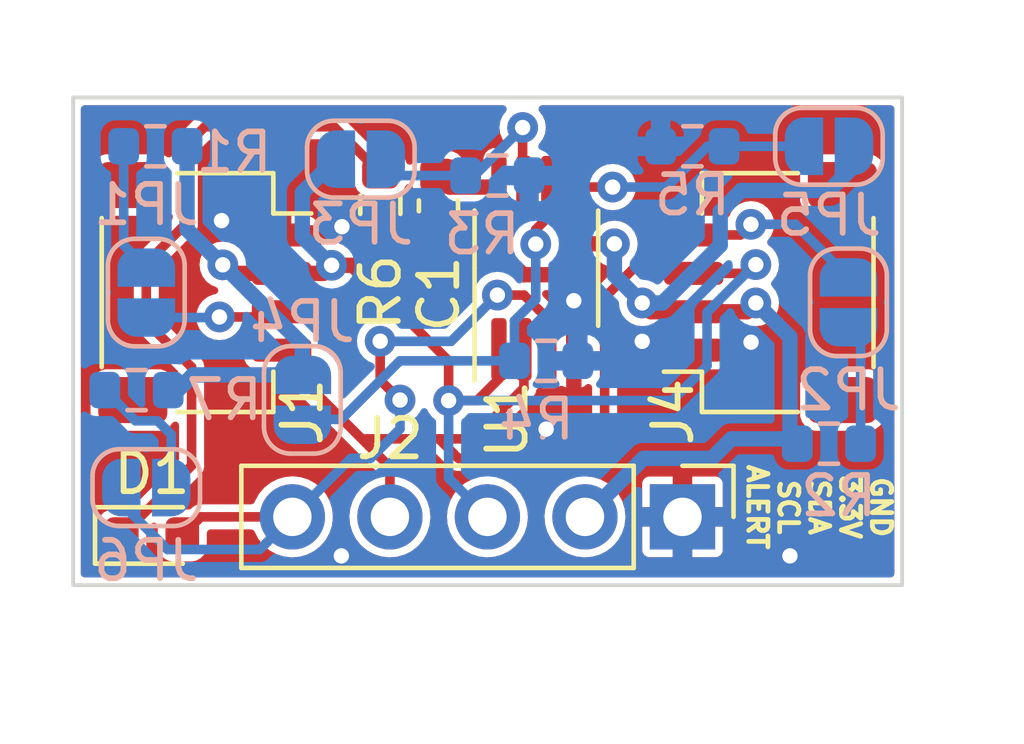
<source format=kicad_pcb>
(kicad_pcb (version 20211014) (generator pcbnew)
  (layers (0 "F.Cu" signal) (31 "B.Cu" signal) (34 "B.Paste" user) (35 "F.Paste" user) (36 "B.SilkS" user "B.Silkscreen") (37 "F.SilkS" user "F.Silkscreen") (38 "B.Mask" user) (39 "F.Mask" user) (44 "Edge.Cuts" user))
  (net 0 "")
  (net 1 "+3.3V")
  (net 2 "GND")
  (net 3 "Net-(J1-Pad3)")
  (net 4 "Net-(J1-Pad4)")
  (net 5 "Net-(JP1-Pad2)")
  (net 6 "Net-(JP2-Pad2)")
  (net 7 "Net-(U1-Pad7)")
  (net 8 "Net-(U1-Pad6)")
  (net 9 "Net-(U1-Pad5)")
  (net 10 "Net-(D1-Pad1)")
  (net 11 "Net-(U1-Pad3)")
  (net 12 "Net-(JP6-Pad1)")
  (footprint "LED_SMD:LED_0603_1608Metric" (layer "F.Cu") (at 116.99 68.556)
    (fp_text reference "D1" (at -0.002 -1.608) (layer "F.SilkS"))
    (fp_text value "LED")
    (fp_line (start -1.485 -0.735) (end -1.485 0.735) (layer "F.SilkS") (width 0.12))
    (fp_line (start 0.8 -0.735) (end -1.485 -0.735) (layer "F.SilkS") (width 0.12))
    (fp_line (start -1.485 0.735) (end 0.8 0.735) (layer "F.SilkS") (width 0.12))
    (pad "1" smd roundrect (at -0.7875 0) (size 0.875 0.95) (layers "F.Cu" "F.Paste" "F.Mask") (net 10 "Net-(D1-Pad1)"))
    (pad "2" smd roundrect (at 0.7875 0) (size 0.875 0.95) (layers "F.Cu" "F.Paste" "F.Mask") (net 11 "Net-(U1-Pad3)"))
  )
  (footprint "Connector_JST:JST_SH_SM04B-SRSS-TB_1x04-1MP_P1.00mm_Horizontal" (layer "F.Cu") (at 118.364 62.23 -90)
    (fp_text reference "J1" (at 3.11 -2.54 90) (layer "F.SilkS"))
    (fp_text value "Conn_01x04")
    (fp_line (start 3.11 0.715) (end 3.11 -1.785) (layer "F.SilkS") (width 0.12))
    (fp_line (start -3.11 0.715) (end -3.11 -1.785) (layer "F.SilkS") (width 0.12))
    (fp_line (start 3.11 -1.785) (end 2.06 -1.785) (layer "F.SilkS") (width 0.12))
    (fp_line (start -3.11 -1.785) (end -2.06 -1.785) (layer "F.SilkS") (width 0.12))
    (fp_line (start -2.06 -1.785) (end -2.06 -2.775) (layer "F.SilkS") (width 0.12))
    (fp_line (start -1.94 2.685) (end 1.94 2.685) (layer "F.SilkS") (width 0.12))
    (pad "1" smd roundrect (at -1.5 -2 270) (size 0.6 1.55) (layers "F.Cu" "F.Paste" "F.Mask") (net 2 "GND"))
    (pad "2" smd roundrect (at -0.5 -2 270) (size 0.6 1.55) (layers "F.Cu" "F.Paste" "F.Mask") (net 1 "+3.3V"))
    (pad "3" smd roundrect (at 0.5 -2 270) (size 0.6 1.55) (layers "F.Cu" "F.Paste" "F.Mask") (net 3 "Net-(J1-Pad3)"))
    (pad "4" smd roundrect (at 1.5 -2 270) (size 0.6 1.55) (layers "F.Cu" "F.Paste" "F.Mask") (net 4 "Net-(J1-Pad4)"))
    (pad "MP" smd roundrect (at -2.8 1.875 270) (size 1.2 1.8) (layers "F.Cu" "F.Paste" "F.Mask") (roundrect_rratio 0.208333))
    (pad "MP" smd roundrect (at 2.8 1.875 270) (size 1.2 1.8) (layers "F.Cu" "F.Paste" "F.Mask") (roundrect_rratio 0.208333))
  )
  (footprint "Resistor_SMD:R_0603_1608Metric" (layer "F.Cu") (at 122.936 59.944 -90)
    (fp_text reference "R6" (at 2.286 0 90) (layer "F.SilkS"))
    (fp_text value "330")
    (fp_line (start -0.237258 0.5225) (end 0.237258 0.5225) (layer "F.SilkS") (width 0.12))
    (fp_line (start -0.237258 -0.5225) (end 0.237258 -0.5225) (layer "F.SilkS") (width 0.12))
    (pad "1" smd roundrect (at -0.825 0 270) (size 0.8 0.95) (layers "F.Cu" "F.Paste" "F.Mask") (net 10 "Net-(D1-Pad1)"))
    (pad "2" smd roundrect (at 0.825 0 270) (size 0.8 0.95) (layers "F.Cu" "F.Paste" "F.Mask") (net 2 "GND"))
  )
  (footprint "Connector_JST:JST_SH_SM04B-SRSS-TB_1x04-1MP_P1.00mm_Horizontal" (layer "F.Cu") (at 133.096 62.23 90)
    (fp_text reference "J4" (at -3.11 -2.54 90) (layer "F.SilkS"))
    (fp_text value "Conn_01x04")
    (fp_line (start -2.06 -1.785) (end -2.06 -2.775) (layer "F.SilkS") (width 0.12))
    (fp_line (start -3.11 -1.785) (end -2.06 -1.785) (layer "F.SilkS") (width 0.12))
    (fp_line (start -3.11 0.715) (end -3.11 -1.785) (layer "F.SilkS") (width 0.12))
    (fp_line (start 3.11 0.715) (end 3.11 -1.785) (layer "F.SilkS") (width 0.12))
    (fp_line (start 3.11 -1.785) (end 2.06 -1.785) (layer "F.SilkS") (width 0.12))
    (fp_line (start -1.94 2.685) (end 1.94 2.685) (layer "F.SilkS") (width 0.12))
    (pad "1" smd roundrect (at -1.5 -2 90) (size 0.6 1.55) (layers "F.Cu" "F.Paste" "F.Mask") (net 2 "GND"))
    (pad "2" smd roundrect (at -0.5 -2 90) (size 0.6 1.55) (layers "F.Cu" "F.Paste" "F.Mask") (net 1 "+3.3V"))
    (pad "3" smd roundrect (at 0.5 -2 90) (size 0.6 1.55) (layers "F.Cu" "F.Paste" "F.Mask") (net 3 "Net-(J1-Pad3)"))
    (pad "4" smd roundrect (at 1.5 -2 90) (size 0.6 1.55) (layers "F.Cu" "F.Paste" "F.Mask") (net 4 "Net-(J1-Pad4)"))
    (pad "MP" smd roundrect (at -2.8 1.875 90) (size 1.2 1.8) (layers "F.Cu" "F.Paste" "F.Mask") (roundrect_rratio 0.208333))
    (pad "MP" smd roundrect (at 2.8 1.875 90) (size 1.2 1.8) (layers "F.Cu" "F.Paste" "F.Mask") (roundrect_rratio 0.208333))
  )
  (footprint "Capacitor_SMD:C_0603_1608Metric" (layer "F.Cu") (at 124.45 59.97 -90)
    (fp_text reference "C1" (at 2.298 -0.01 90) (layer "F.SilkS"))
    (fp_text value "100n")
    (fp_line (start -0.14058 0.51) (end 0.14058 0.51) (layer "F.SilkS") (width 0.12))
    (fp_line (start -0.14058 -0.51) (end 0.14058 -0.51) (layer "F.SilkS") (width 0.12))
    (pad "1" smd roundrect (at -0.775 0 270) (size 0.9 0.95) (layers "F.Cu" "F.Paste" "F.Mask") (net 1 "+3.3V"))
    (pad "2" smd roundrect (at 0.775 0 270) (size 0.9 0.95) (layers "F.Cu" "F.Paste" "F.Mask") (net 2 "GND"))
  )
  (footprint "Connector_PinHeader_2.54mm:PinHeader_1x05_P2.54mm_Vertical" (layer "F.Cu") (at 130.805 68.072 -90)
    (fp_text reference "J2" (at -2.032 7.615) (layer "F.SilkS"))
    (fp_text value "Conn_01x05")
    (fp_line (start -1.33 0) (end -1.33 -1.33) (layer "F.SilkS") (width 0.12))
    (fp_line (start -1.33 1.27) (end 1.33 1.27) (layer "F.SilkS") (width 0.12))
    (fp_line (start 1.33 1.27) (end 1.33 11.49) (layer "F.SilkS") (width 0.12))
    (fp_line (start -1.33 -1.33) (end 0 -1.33) (layer "F.SilkS") (width 0.12))
    (fp_line (start -1.33 1.27) (end -1.33 11.49) (layer "F.SilkS") (width 0.12))
    (fp_line (start -1.33 11.49) (end 1.33 11.49) (layer "F.SilkS") (width 0.12))
    (pad "1" thru_hole rect (at 0 0 270) (size 1.7 1.7) (drill 1) (layers *.Cu *.Mask) (net 2 "GND"))
    (pad "2" thru_hole oval (at 0 2.54 270) (size 1.7 1.7) (drill 1) (layers *.Cu *.Mask) (net 1 "+3.3V"))
    (pad "3" thru_hole oval (at 0 5.08 270) (size 1.7 1.7) (drill 1) (layers *.Cu *.Mask) (net 3 "Net-(J1-Pad3)"))
    (pad "4" thru_hole oval (at 0 7.62 270) (size 1.7 1.7) (drill 1) (layers *.Cu *.Mask) (net 4 "Net-(J1-Pad4)"))
    (pad "5" thru_hole oval (at 0 10.16 270) (size 1.7 1.7) (drill 1) (layers *.Cu *.Mask) (net 11 "Net-(U1-Pad3)"))
  )
  (footprint "Package_SO:MSOP-8_3x3mm_P0.65mm" (layer "F.Cu") (at 127 61.595 90)
    (fp_text reference "U1" (at -3.937 -0.762 90) (layer "F.SilkS"))
    (fp_text value "TCN75A")
    (fp_line (start 0 -1.61) (end -2.925 -1.61) (layer "F.SilkS") (width 0.12))
    (fp_line (start 0 1.61) (end 1.5 1.61) (layer "F.SilkS") (width 0.12))
    (fp_line (start 0 -1.61) (end 1.5 -1.61) (layer "F.SilkS") (width 0.12))
    (fp_line (start 0 1.61) (end -1.5 1.61) (layer "F.SilkS") (width 0.12))
    (pad "1" smd roundrect (at -2.1125 -0.975 90) (size 1.625 0.4) (layers "F.Cu" "F.Paste" "F.Mask") (net 3 "Net-(J1-Pad3)"))
    (pad "2" smd roundrect (at -2.1125 -0.325 90) (size 1.625 0.4) (layers "F.Cu" "F.Paste" "F.Mask") (net 4 "Net-(J1-Pad4)"))
    (pad "3" smd roundrect (at -2.1125 0.325 90) (size 1.625 0.4) (layers "F.Cu" "F.Paste" "F.Mask") (net 11 "Net-(U1-Pad3)"))
    (pad "4" smd roundrect (at -2.1125 0.975 90) (size 1.625 0.4) (layers "F.Cu" "F.Paste" "F.Mask") (net 2 "GND"))
    (pad "5" smd roundrect (at 2.1125 0.975 90) (size 1.625 0.4) (layers "F.Cu" "F.Paste" "F.Mask") (net 9 "Net-(U1-Pad5)"))
    (pad "6" smd roundrect (at 2.1125 0.325 90) (size 1.625 0.4) (layers "F.Cu" "F.Paste" "F.Mask") (net 8 "Net-(U1-Pad6)"))
    (pad "7" smd roundrect (at 2.1125 -0.325 90) (size 1.625 0.4) (layers "F.Cu" "F.Paste" "F.Mask") (net 7 "Net-(U1-Pad7)"))
    (pad "8" smd roundrect (at 2.1125 -0.975 90) (size 1.625 0.4) (layers "F.Cu" "F.Paste" "F.Mask") (net 1 "+3.3V"))
  )
  (footprint "Jumper:SolderJumper-2_P1.3mm_Open_RoundedPad1.0x1.5mm" (layer "B.Cu") (at 116.84 67.31 180)
    (fp_text reference "JP6" (at 0 -1.905) (layer "B.SilkS") (effects (justify mirror)))
    (fp_text value "ALERT_PU")
    (fp_line (start -1.4 -0.3) (end -1.4 0.3) (layer "B.SilkS") (width 0.12))
    (fp_line (start 0.7 -1) (end -0.7 -1) (layer "B.SilkS") (width 0.12))
    (fp_line (start 1.4 0.3) (end 1.4 -0.3) (layer "B.SilkS") (width 0.12))
    (fp_line (start -0.7 1) (end 0.7 1) (layer "B.SilkS") (width 0.12))
    (fp_arc (start 0.7 -1) (mid 1.194975 -0.794975) (end 1.4 -0.3) (layer "B.SilkS") (width 0.12))
    (fp_arc (start -1.4 -0.3) (mid -1.194975 -0.794975) (end -0.7 -1) (layer "B.SilkS") (width 0.12))
    (fp_arc (start -0.7 1) (mid -1.194975 0.794975) (end -1.4 0.3) (layer "B.SilkS") (width 0.12))
    (fp_arc (start 1.4 0.3) (mid 1.194975 0.794975) (end 0.7 1) (layer "B.SilkS") (width 0.12))
    (pad "1" smd custom (at -0.65 0 180) (size 1 0.5) (layers "B.Cu" "B.Mask") (net 12 "Net-(JP6-Pad1)") (options (clearance outline) (anchor rect)) (primitives (gr_circle (center 0 -0.25) (end 0.5 -0.25) (width 0) (fill yes)) (gr_circle (center 0 0.25) (end 0.5 0.25) (width 0) (fill yes)) (gr_poly (pts (xy 0.5 -0.75) (xy 0 -0.75) (xy 0 0.75) (xy 0.5 0.75)) (width 0) (fill yes))))
    (pad "2" smd custom (at 0.65 0 180) (size 1 0.5) (layers "B.Cu" "B.Mask") (net 11 "Net-(U1-Pad3)") (options (clearance outline) (anchor rect)) (primitives (gr_circle (center 0 -0.25) (end 0.5 -0.25) (width 0) (fill yes)) (gr_circle (center 0 0.25) (end 0.5 0.25) (width 0) (fill yes)) (gr_poly (pts (xy 0 -0.75) (xy -0.5 -0.75) (xy -0.5 0.75) (xy 0 0.75)) (width 0) (fill yes))))
  )
  (footprint "Resistor_SMD:R_0603_1608Metric" (layer "B.Cu") (at 131.064 58.42 180)
    (fp_text reference "R5" (at 0 -1.27) (layer "B.SilkS") (effects (justify mirror)))
    (fp_text value "100k")
    (fp_line (start -0.237258 -0.5225) (end 0.237258 -0.5225) (layer "B.SilkS") (width 0.12))
    (fp_line (start -0.237258 0.5225) (end 0.237258 0.5225) (layer "B.SilkS") (width 0.12))
    (pad "1" smd roundrect (at -0.825 0 180) (size 0.8 0.95) (layers "B.Cu" "B.Paste" "B.Mask") (net 9 "Net-(U1-Pad5)"))
    (pad "2" smd roundrect (at 0.825 0 180) (size 0.8 0.95) (layers "B.Cu" "B.Paste" "B.Mask") (net 2 "GND"))
  )
  (footprint "Jumper:SolderJumper-2_P1.3mm_Open_RoundedPad1.0x1.5mm" (layer "B.Cu") (at 135.128 62.484 -90)
    (fp_text reference "JP2" (at 2.286 0 180) (layer "B.SilkS") (effects (justify mirror)))
    (fp_text value "SCL_PU")
    (fp_line (start -0.7 1) (end 0.7 1) (layer "B.SilkS") (width 0.12))
    (fp_line (start 0.7 -1) (end -0.7 -1) (layer "B.SilkS") (width 0.12))
    (fp_line (start -1.4 -0.3) (end -1.4 0.3) (layer "B.SilkS") (width 0.12))
    (fp_line (start 1.4 0.3) (end 1.4 -0.3) (layer "B.SilkS") (width 0.12))
    (fp_arc (start 1.4 0.3) (mid 1.194975 0.794975) (end 0.7 1) (layer "B.SilkS") (width 0.12))
    (fp_arc (start -0.7 1) (mid -1.194975 0.794975) (end -1.4 0.3) (layer "B.SilkS") (width 0.12))
    (fp_arc (start 0.7 -1) (mid 1.194975 -0.794975) (end 1.4 -0.3) (layer "B.SilkS") (width 0.12))
    (fp_arc (start -1.4 -0.3) (mid -1.194975 -0.794975) (end -0.7 -1) (layer "B.SilkS") (width 0.12))
    (pad "1" smd custom (at -0.65 0 270) (size 1 0.5) (layers "B.Cu" "B.Mask") (net 4 "Net-(J1-Pad4)") (options (clearance outline) (anchor rect)) (primitives (gr_circle (center 0 -0.25) (end 0.5 -0.25) (width 0) (fill yes)) (gr_circle (center 0 0.25) (end 0.5 0.25) (width 0) (fill yes)) (gr_poly (pts (xy 0.5 -0.75) (xy 0 -0.75) (xy 0 0.75) (xy 0.5 0.75)) (width 0) (fill yes))))
    (pad "2" smd custom (at 0.65 0 270) (size 1 0.5) (layers "B.Cu" "B.Mask") (net 6 "Net-(JP2-Pad2)") (options (clearance outline) (anchor rect)) (primitives (gr_circle (center 0 -0.25) (end 0.5 -0.25) (width 0) (fill yes)) (gr_circle (center 0 0.25) (end 0.5 0.25) (width 0) (fill yes)) (gr_poly (pts (xy 0 -0.75) (xy -0.5 -0.75) (xy -0.5 0.75) (xy 0 0.75)) (width 0) (fill yes))))
  )
  (footprint "Jumper:SolderJumper-2_P1.3mm_Open_RoundedPad1.0x1.5mm" (layer "B.Cu") (at 116.84 62.23 90)
    (fp_text reference "JP1" (at 2.286 0) (layer "B.SilkS") (effects (justify mirror)))
    (fp_text value "SDA_PU")
    (fp_line (start 1.4 0.3) (end 1.4 -0.3) (layer "B.SilkS") (width 0.12))
    (fp_line (start -1.4 -0.3) (end -1.4 0.3) (layer "B.SilkS") (width 0.12))
    (fp_line (start 0.7 -1) (end -0.7 -1) (layer "B.SilkS") (width 0.12))
    (fp_line (start -0.7 1) (end 0.7 1) (layer "B.SilkS") (width 0.12))
    (fp_arc (start -1.4 -0.3) (mid -1.194975 -0.794975) (end -0.7 -1) (layer "B.SilkS") (width 0.12))
    (fp_arc (start 0.7 -1) (mid 1.194975 -0.794975) (end 1.4 -0.3) (layer "B.SilkS") (width 0.12))
    (fp_arc (start 1.4 0.3) (mid 1.194975 0.794975) (end 0.7 1) (layer "B.SilkS") (width 0.12))
    (fp_arc (start -0.7 1) (mid -1.194975 0.794975) (end -1.4 0.3) (layer "B.SilkS") (width 0.12))
    (pad "1" smd custom (at -0.65 0 90) (size 1 0.5) (layers "B.Cu" "B.Mask") (net 3 "Net-(J1-Pad3)") (options (clearance outline) (anchor rect)) (primitives (gr_circle (center 0 -0.25) (end 0.5 -0.25) (width 0) (fill yes)) (gr_circle (center 0 0.25) (end 0.5 0.25) (width 0) (fill yes)) (gr_poly (pts (xy 0.5 -0.75) (xy 0 -0.75) (xy 0 0.75) (xy 0.5 0.75)) (width 0) (fill yes))))
    (pad "2" smd custom (at 0.65 0 90) (size 1 0.5) (layers "B.Cu" "B.Mask") (net 5 "Net-(JP1-Pad2)") (options (clearance outline) (anchor rect)) (primitives (gr_circle (center 0 -0.25) (end 0.5 -0.25) (width 0) (fill yes)) (gr_circle (center 0 0.25) (end 0.5 0.25) (width 0) (fill yes)) (gr_poly (pts (xy 0 -0.75) (xy -0.5 -0.75) (xy -0.5 0.75) (xy 0 0.75)) (width 0) (fill yes))))
  )
  (footprint "Jumper:SolderJumper-2_P1.3mm_Open_RoundedPad1.0x1.5mm" (layer "B.Cu") (at 134.62 58.42)
    (fp_text reference "JP5" (at 0 1.8) (layer "B.SilkS") (effects (justify mirror)))
    (fp_text value "A2_sel")
    (fp_line (start 1.4 0.3) (end 1.4 -0.3) (layer "B.SilkS") (width 0.12))
    (fp_line (start -1.4 -0.3) (end -1.4 0.3) (layer "B.SilkS") (width 0.12))
    (fp_line (start 0.7 -1) (end -0.7 -1) (layer "B.SilkS") (width 0.12))
    (fp_line (start -0.7 1) (end 0.7 1) (layer "B.SilkS") (width 0.12))
    (fp_arc (start 0.7 -1) (mid 1.194975 -0.794975) (end 1.4 -0.3) (layer "B.SilkS") (width 0.12))
    (fp_arc (start -1.4 -0.3) (mid -1.194975 -0.794975) (end -0.7 -1) (layer "B.SilkS") (width 0.12))
    (fp_arc (start -0.7 1) (mid -1.194975 0.794975) (end -1.4 0.3) (layer "B.SilkS") (width 0.12))
    (fp_arc (start 1.4 0.3) (mid 1.194975 0.794975) (end 0.7 1) (layer "B.SilkS") (width 0.12))
    (pad "1" smd custom (at -0.65 0) (size 1 0.5) (layers "B.Cu" "B.Mask") (net 9 "Net-(U1-Pad5)") (options (clearance outline) (anchor rect)) (primitives (gr_circle (center 0 -0.25) (end 0.5 -0.25) (width 0) (fill yes)) (gr_circle (center 0 0.25) (end 0.5 0.25) (width 0) (fill yes)) (gr_poly (pts (xy 0.5 -0.75) (xy 0 -0.75) (xy 0 0.75) (xy 0.5 0.75)) (width 0) (fill yes))))
    (pad "2" smd custom (at 0.65 0) (size 1 0.5) (layers "B.Cu" "B.Mask") (net 1 "+3.3V") (options (clearance outline) (anchor rect)) (primitives (gr_circle (center 0 -0.25) (end 0.5 -0.25) (width 0) (fill yes)) (gr_circle (center 0 0.25) (end 0.5 0.25) (width 0) (fill yes)) (gr_poly (pts (xy 0 -0.75) (xy -0.5 -0.75) (xy -0.5 0.75) (xy 0 0.75)) (width 0) (fill yes))))
  )
  (footprint "Resistor_SMD:R_0603_1608Metric" (layer "B.Cu") (at 134.62 66.166)
    (fp_text reference "R2" (at 0.254 1.36) (layer "B.SilkS") (effects (justify mirror)))
    (fp_text value "3k")
    (fp_line (start -0.237258 0.5225) (end 0.237258 0.5225) (layer "B.SilkS") (width 0.12))
    (fp_line (start -0.237258 -0.5225) (end 0.237258 -0.5225) (layer "B.SilkS") (width 0.12))
    (pad "1" smd roundrect (at -0.825 0) (size 0.8 0.95) (layers "B.Cu" "B.Paste" "B.Mask") (net 1 "+3.3V"))
    (pad "2" smd roundrect (at 0.825 0) (size 0.8 0.95) (layers "B.Cu" "B.Paste" "B.Mask") (net 6 "Net-(JP2-Pad2)"))
  )
  (footprint "Jumper:SolderJumper-2_P1.3mm_Open_RoundedPad1.0x1.5mm" (layer "B.Cu") (at 120.904 65.024 90)
    (fp_text reference "JP4" (at 2.032 0 180) (layer "B.SilkS") (effects (justify mirror)))
    (fp_text value "A1_Sel")
    (fp_line (start 0.7 -1) (end -0.7 -1) (layer "B.SilkS") (width 0.12))
    (fp_line (start -1.4 -0.3) (end -1.4 0.3) (layer "B.SilkS") (width 0.12))
    (fp_line (start -0.7 1) (end 0.7 1) (layer "B.SilkS") (width 0.12))
    (fp_line (start 1.4 0.3) (end 1.4 -0.3) (layer "B.SilkS") (width 0.12))
    (fp_arc (start 0.7 -1) (mid 1.194975 -0.794975) (end 1.4 -0.3) (layer "B.SilkS") (width 0.12))
    (fp_arc (start -1.4 -0.3) (mid -1.194975 -0.794975) (end -0.7 -1) (layer "B.SilkS") (width 0.12))
    (fp_arc (start 1.4 0.3) (mid 1.194975 0.794975) (end 0.7 1) (layer "B.SilkS") (width 0.12))
    (fp_arc (start -0.7 1) (mid -1.194975 0.794975) (end -1.4 0.3) (layer "B.SilkS") (width 0.12))
    (pad "1" smd custom (at -0.65 0 90) (size 1 0.5) (layers "B.Cu" "B.Mask") (net 8 "Net-(U1-Pad6)") (options (clearance outline) (anchor rect)) (primitives (gr_circle (center 0 -0.25) (end 0.5 -0.25) (width 0) (fill yes)) (gr_circle (center 0 0.25) (end 0.5 0.25) (width 0) (fill yes)) (gr_poly (pts (xy 0.5 -0.75) (xy 0 -0.75) (xy 0 0.75) (xy 0.5 0.75)) (width 0) (fill yes))))
    (pad "2" smd custom (at 0.65 0 90) (size 1 0.5) (layers "B.Cu" "B.Mask") (net 1 "+3.3V") (options (clearance outline) (anchor rect)) (primitives (gr_circle (center 0 -0.25) (end 0.5 -0.25) (width 0) (fill yes)) (gr_circle (center 0 0.25) (end 0.5 0.25) (width 0) (fill yes)) (gr_poly (pts (xy 0 -0.75) (xy -0.5 -0.75) (xy -0.5 0.75) (xy 0 0.75)) (width 0) (fill yes))))
  )
  (footprint "Resistor_SMD:R_0603_1608Metric" (layer "B.Cu") (at 117.077258 58.42 180)
    (fp_text reference "R1" (at -2.048742 -0.1585) (layer "B.SilkS") (effects (justify mirror)))
    (fp_text value "3k")
    (fp_line (start -0.237258 -0.5225) (end 0.237258 -0.5225) (layer "B.SilkS") (width 0.12))
    (fp_line (start -0.237258 0.5225) (end 0.237258 0.5225) (layer "B.SilkS") (width 0.12))
    (pad "1" smd roundrect (at -0.825 0 180) (size 0.8 0.95) (layers "B.Cu" "B.Paste" "B.Mask") (net 1 "+3.3V"))
    (pad "2" smd roundrect (at 0.825 0 180) (size 0.8 0.95) (layers "B.Cu" "B.Paste" "B.Mask") (net 5 "Net-(JP1-Pad2)"))
  )
  (footprint "Jumper:SolderJumper-2_P1.3mm_Open_RoundedPad1.0x1.5mm" (layer "B.Cu") (at 122.428 58.755 180)
    (fp_text reference "JP3" (at 0 -1.697 180) (layer "B.SilkS") (effects (justify mirror)))
    (fp_text value "A0_Sel")
    (fp_line (start 0.7 -1) (end -0.7 -1) (layer "B.SilkS") (width 0.12))
    (fp_line (start -1.4 -0.3) (end -1.4 0.3) (layer "B.SilkS") (width 0.12))
    (fp_line (start -0.7 1) (end 0.7 1) (layer "B.SilkS") (width 0.12))
    (fp_line (start 1.4 0.3) (end 1.4 -0.3) (layer "B.SilkS") (width 0.12))
    (fp_arc (start 1.4 0.3) (mid 1.194975 0.794975) (end 0.7 1) (layer "B.SilkS") (width 0.12))
    (fp_arc (start -1.4 -0.3) (mid -1.194975 -0.794975) (end -0.7 -1) (layer "B.SilkS") (width 0.12))
    (fp_arc (start -0.7 1) (mid -1.194975 0.794975) (end -1.4 0.3) (layer "B.SilkS") (width 0.12))
    (fp_arc (start 0.7 -1) (mid 1.194975 -0.794975) (end 1.4 -0.3) (layer "B.SilkS") (width 0.12))
    (pad "1" smd custom (at -0.65 0 180) (size 1 0.5) (layers "B.Cu" "B.Mask") (net 7 "Net-(U1-Pad7)") (options (clearance outline) (anchor rect)) (primitives (gr_circle (center 0 -0.25) (end 0.5 -0.25) (width 0) (fill yes)) (gr_circle (center 0 0.25) (end 0.5 0.25) (width 0) (fill yes)) (gr_poly (pts (xy 0.5 -0.75) (xy 0 -0.75) (xy 0 0.75) (xy 0.5 0.75)) (width 0) (fill yes))))
    (pad "2" smd custom (at 0.65 0 180) (size 1 0.5) (layers "B.Cu" "B.Mask") (net 1 "+3.3V") (options (clearance outline) (anchor rect)) (primitives (gr_circle (center 0 -0.25) (end 0.5 -0.25) (width 0) (fill yes)) (gr_circle (center 0 0.25) (end 0.5 0.25) (width 0) (fill yes)) (gr_poly (pts (xy 0 -0.75) (xy -0.5 -0.75) (xy -0.5 0.75) (xy 0 0.75)) (width 0) (fill yes))))
  )
  (footprint "Resistor_SMD:R_0603_1608Metric" (layer "B.Cu") (at 116.586 64.77 180)
    (fp_text reference "R7" (at -2.286 -0.254) (layer "B.SilkS") (effects (justify mirror)))
    (fp_text value "3k")
    (fp_line (start -0.237258 -0.5225) (end 0.237258 -0.5225) (layer "B.SilkS") (width 0.12))
    (fp_line (start -0.237258 0.5225) (end 0.237258 0.5225) (layer "B.SilkS") (width 0.12))
    (pad "1" smd roundrect (at -0.825 0 180) (size 0.8 0.95) (layers "B.Cu" "B.Paste" "B.Mask") (net 1 "+3.3V"))
    (pad "2" smd roundrect (at 0.825 0 180) (size 0.8 0.95) (layers "B.Cu" "B.Paste" "B.Mask") (net 12 "Net-(JP6-Pad1)"))
  )
  (footprint "Resistor_SMD:R_0603_1608Metric" (layer "B.Cu") (at 125.984 59.182)
    (fp_text reference "R3" (at -0.397742 1.524) (layer "B.SilkS") (effects (justify mirror)))
    (fp_text value "100k")
    (fp_line (start -0.237258 -0.5225) (end 0.237258 -0.5225) (layer "B.SilkS") (width 0.12))
    (fp_line (start -0.237258 0.5225) (end 0.237258 0.5225) (layer "B.SilkS") (width 0.12))
    (pad "1" smd roundrect (at -0.825 0) (size 0.8 0.95) (layers "B.Cu" "B.Paste" "B.Mask") (net 7 "Net-(U1-Pad7)"))
    (pad "2" smd roundrect (at 0.825 0) (size 0.8 0.95) (layers "B.Cu" "B.Paste" "B.Mask") (net 2 "GND"))
  )
  (footprint "Resistor_SMD:R_0603_1608Metric" (layer "B.Cu") (at 127.254 64.008)
    (fp_text reference "R4" (at -0.254 1.524) (layer "B.SilkS") (effects (justify mirror)))
    (fp_text value "100k")
    (fp_line (start -0.237258 -0.5225) (end 0.237258 -0.5225) (layer "B.SilkS") (width 0.12))
    (fp_line (start -0.237258 0.5225) (end 0.237258 0.5225) (layer "B.SilkS") (width 0.12))
    (pad "1" smd roundrect (at -0.825 0) (size 0.8 0.95) (layers "B.Cu" "B.Paste" "B.Mask") (net 8 "Net-(U1-Pad6)"))
    (pad "2" smd roundrect (at 0.825 0) (size 0.8 0.95) (layers "B.Cu" "B.Paste" "B.Mask") (net 2 "GND"))
  )
  (gr_rect (start 114.935 57.15) (end 136.525 69.85) (layer "Edge.Cuts") (width 0.1) (fill none))
  (gr_text "GND\n3.3V\nSDA\nSCL\nALERT" (at 134.366 67.818 -90) (layer "F.SilkS") (effects (font (size 0.5 0.5) (thickness 0.125))))
  (segment (start 132.485497 62.73) (end 132.715 62.500497) (width 0.4) (layer "F.Cu") (net 1))
  (segment (start 129.986003 62.73) (end 129.7565 62.500497) (width 0.4) (layer "F.Cu") (net 1))
  (segment (start 126.652118 61.76523) (end 125.984 61.097112) (width 0.4) (layer "F.Cu") (net 1))
  (segment (start 124.7375 59.4825) (end 124.45 59.195) (width 0.4) (layer "F.Cu") (net 1))
  (segment (start 122.682 61.976) (end 124.968 61.976) (width 0.4) (layer "F.Cu") (net 1))
  (segment (start 129.032 60.96) (end 128.326629 60.96) (width 0.4) (layer "F.Cu") (net 1))
  (segment (start 126.025 59.4825) (end 124.7375 59.4825) (width 0.4) (layer "F.Cu") (net 1))
  (segment (start 119.055014 61.73) (end 118.832507 61.507493) (width 0.4) (layer "F.Cu") (net 1))
  (segment (start 121.455676 61.73) (end 121.666 61.519676) (width 0.4) (layer "F.Cu") (net 1))
  (segment (start 122.225676 61.519676) (end 122.682 61.976) (width 0.4) (layer "F.Cu") (net 1))
  (segment (start 125.984 61.097112) (end 125.984 60.96) (width 0.4) (layer "F.Cu") (net 1))
  (segment (start 126.025 60.919) (end 125.984 60.96) (width 0.4) (layer "F.Cu") (net 1))
  (segment (start 121.666 61.519676) (end 122.225676 61.519676) (width 0.4) (layer "F.Cu") (net 1))
  (segment (start 127.521399 61.76523) (end 126.652118 61.76523) (width 0.4) (layer "F.Cu") (net 1))
  (segment (start 128.326629 60.96) (end 127.521399 61.76523) (width 0.4) (layer "F.Cu") (net 1))
  (segment (start 124.968 61.976) (end 125.984 60.96) (width 0.4) (layer "F.Cu") (net 1))
  (segment (start 126.025 59.4825) (end 126.025 60.919) (width 0.4) (layer "F.Cu") (net 1))
  (segment (start 120.364 61.73) (end 119.055014 61.73) (width 0.4) (layer "F.Cu") (net 1))
  (segment (start 120.364 61.73) (end 121.455676 61.73) (width 0.4) (layer "F.Cu") (net 1))
  (segment (start 131.096 62.73) (end 132.485497 62.73) (width 0.4) (layer "F.Cu") (net 1))
  (segment (start 131.096 62.73) (end 129.986003 62.73) (width 0.4) (layer "F.Cu") (net 1))
  (via (at 121.666 61.519676) (size 0.8) (drill 0.4) (layers "F.Cu" "B.Cu") (net 1))
  (via (at 118.832507 61.507493) (size 0.8) (drill 0.4) (layers "F.Cu" "B.Cu") (net 1))
  (via (at 132.715 62.500497) (size 0.8) (drill 0.4) (layers "F.Cu" "B.Cu") (net 1))
  (via (at 129.032 60.96) (size 0.8) (drill 0.4) (layers "F.Cu" "B.Cu") (net 1))
  (via (at 129.7565 62.500497) (size 0.8) (drill 0.4) (layers "F.Cu" "B.Cu") (net 1))
  (segment (start 130.285503 62.500497) (end 129.7565 62.500497) (width 0.4) (layer "B.Cu") (net 1))
  (segment (start 129.032 61.775997) (end 129.7565 62.500497) (width 0.4) (layer "B.Cu") (net 1))
  (segment (start 133.604 63.386793) (end 133.604 65.975) (width 0.4) (layer "B.Cu") (net 1))
  (segment (start 132.717704 62.500497) (end 133.604 63.386793) (width 0.4) (layer "B.Cu") (net 1))
  (segment (start 121.649805 61.519676) (end 120.904 60.773871) (width 0.4) (layer "B.Cu") (net 1))
  (segment (start 121.666 61.519676) (end 121.649805 61.519676) (width 0.4) (layer "B.Cu") (net 1))
  (segment (start 120.904 64.374) (end 120.904 63.578986) (width 0.4) (layer "B.Cu") (net 1))
  (segment (start 131.788 60.998) (end 130.285503 62.500497) (width 0.4) (layer "B.Cu") (net 1))
  (segment (start 131.572 66.548) (end 132.08 66.04) (width 0.4) (layer "B.Cu") (net 1))
  (segment (start 135.27 58.42) (end 135.27 58.935686) (width 0.4) (layer "B.Cu") (net 1))
  (segment (start 135.27 58.935686) (end 134.635686 59.57) (width 0.4) (layer "B.Cu") (net 1))
  (segment (start 132.715 62.500497) (end 132.717704 62.500497) (width 0.4) (layer "B.Cu") (net 1))
  (segment (start 120.904 63.578986) (end 118.832507 61.507493) (width 0.4) (layer "B.Cu") (net 1))
  (segment (start 118.061 64.374) (end 117.665 64.77) (width 0.4) (layer "B.Cu") (net 1))
  (segment (start 132.338629 59.57) (end 131.788 60.120629) (width 0.4) (layer "B.Cu") (net 1))
  (segment (start 128.265 68.072) (end 129.789 66.548) (width 0.4) (layer "B.Cu") (net 1))
  (segment (start 129.789 66.548) (end 131.572 66.548) (width 0.4) (layer "B.Cu") (net 1))
  (segment (start 117.902258 60.589524) (end 117.902258 58.42) (width 0.4) (layer "B.Cu") (net 1))
  (segment (start 134.635686 59.57) (end 132.338629 59.57) (width 0.4) (layer "B.Cu") (net 1))
  (segment (start 120.904 60.773871) (end 120.904 59.629) (width 0.4) (layer "B.Cu") (net 1))
  (segment (start 129.032 60.96) (end 129.032 61.775997) (width 0.4) (layer "B.Cu") (net 1))
  (segment (start 133.604 65.975) (end 133.795 66.166) (width 0.4) (layer "B.Cu") (net 1))
  (segment (start 117.902258 60.589524) (end 118.820227 61.507493) (width 0.4) (layer "B.Cu") (net 1))
  (segment (start 131.788 60.120629) (end 131.788 60.998) (width 0.4) (layer "B.Cu") (net 1))
  (segment (start 120.904 64.374) (end 118.061 64.374) (width 0.4) (layer "B.Cu") (net 1))
  (segment (start 133.669 66.04) (end 133.795 66.166) (width 0.4) (layer "B.Cu") (net 1))
  (segment (start 120.904 59.629) (end 121.778 58.755) (width 0.4) (layer "B.Cu") (net 1))
  (segment (start 132.08 66.04) (end 133.669 66.04) (width 0.4) (layer "B.Cu") (net 1))
  (segment (start 121.93579 60.514068) (end 122.681068 60.514068) (width 0.4) (layer "F.Cu") (net 2))
  (segment (start 131.096 63.73) (end 129.9865 63.73) (width 0.4) (layer "F.Cu") (net 2))
  (segment (start 127.975 62.443) (end 127.975 63.7075) (width 0.4) (layer "F.Cu") (net 2))
  (segment (start 122.96 60.745) (end 122.936 60.769) (width 0.4) (layer "F.Cu") (net 2))
  (segment (start 119.174105 60.73) (end 118.799797 60.355692) (width 0.4) (layer "F.Cu") (net 2))
  (segment (start 121.730182 60.719676) (end 121.334629 60.719676) (width 0.4) (layer "F.Cu") (net 2))
  (segment (start 121.324305 60.73) (end 120.364 60.73) (width 0.4) (layer "F.Cu") (net 2))
  (segment (start 132.383505 63.73) (end 132.590996 63.522509) (width 0.4) (layer "F.Cu") (net 2))
  (segment (start 120.364 60.73) (end 119.174105 60.73) (width 0.4) (layer "F.Cu") (net 2))
  (segment (start 129.9865 63.73) (end 129.7565 63.5) (width 0.4) (layer "F.Cu") (net 2))
  (segment (start 121.334629 60.719676) (end 121.324305 60.73) (width 0.4) (layer "F.Cu") (net 2))
  (segment (start 124.45 60.745) (end 122.96 60.745) (width 0.4) (layer "F.Cu") (net 2))
  (segment (start 121.93579 60.514068) (end 121.730182 60.719676) (width 0.4) (layer "F.Cu") (net 2))
  (segment (start 122.681068 60.514068) (end 122.936 60.769) (width 0.4) (layer "F.Cu") (net 2))
  (segment (start 131.096 63.73) (end 132.383505 63.73) (width 0.4) (layer "F.Cu") (net 2))
  (via (at 133.604 69.088) (size 0.8) (drill 0.4) (layers "F.Cu" "B.Cu") (net 2))
  (via (at 132.590996 63.522509) (size 0.8) (drill 0.4) (layers "F.Cu" "B.Cu") (net 2))
  (via (at 129.7565 63.5) (size 0.8) (drill 0.4) (layers "F.Cu" "B.Cu") (net 2))
  (via (at 127.254 65.786) (size 0.8) (drill 0.4) (layers "F.Cu" "B.Cu") (net 2))
  (via (at 121.92 69.088) (size 0.8) (drill 0.4) (layers "F.Cu" "B.Cu") (net 2))
  (via (at 121.93579 60.514068) (size 0.8) (drill 0.4) (layers "F.Cu" "B.Cu") (net 2))
  (via (at 127.975 62.443) (size 0.8) (drill 0.4) (layers "F.Cu" "B.Cu") (net 2))
  (via (at 118.799797 60.355692) (size 0.8) (drill 0.4) (layers "F.Cu" "B.Cu") (net 2))
  (segment (start 125.45725 65.04275) (end 126.025 64.475) (width 0.25) (layer "F.Cu") (net 3))
  (segment (start 131.35 61.73) (end 132.485994 61.73) (width 0.25) (layer "F.Cu") (net 3))
  (segment (start 123.436 62.73) (end 124.714 64.008) (width 0.25) (layer "F.Cu") (net 3))
  (segment (start 120.142 62.73) (end 120.007 62.865) (width 0.25) (layer "F.Cu") (net 3))
  (segment (start 124.714 64.008) (end 124.714 65.04275) (width 0.25) (layer "F.Cu") (net 3))
  (segment (start 120.364 62.73) (end 123.436 62.73) (width 0.25) (layer "F.Cu") (net 3))
  (segment (start 126.025 64.475) (end 126.025 63.7075) (width 0.25) (layer "F.Cu") (net 3))
  (segment (start 120.007 62.865) (end 118.745 62.865) (width 0.25) (layer "F.Cu") (net 3))
  (segment (start 132.485994 61.73) (end 132.715 61.500994) (width 0.25) (layer "F.Cu") (net 3))
  (segment (start 125.45725 65.04275) (end 124.714 65.04275) (width 0.25) (layer "F.Cu") (net 3))
  (via (at 118.745 62.865) (size 0.8) (drill 0.4) (layers "F.Cu" "B.Cu") (net 3))
  (via (at 124.714 65.04275) (size 0.8) (drill 0.4) (layers "F.Cu" "B.Cu") (net 3))
  (via (at 132.715 61.500994) (size 0.8) (drill 0.4) (layers "F.Cu" "B.Cu") (net 3))
  (segment (start 132.689198 61.500994) (end 132.715 61.500994) (width 0.25) (layer "B.Cu") (net 3))
  (segment (start 116.84 62.88) (end 118.73 62.88) (width 0.25) (layer "B.Cu") (net 3))
  (segment (start 124.714 65.04275) (end 130.53725 65.04275) (width 0.25) (layer "B.Cu") (net 3))
  (segment (start 118.73 62.88) (end 118.745 62.865) (width 0.25) (layer "B.Cu") (net 3))
  (segment (start 124.714 67.061) (end 125.725 68.072) (width 0.25) (layer "B.Cu") (net 3))
  (segment (start 130.53725 65.04275) (end 131.445 64.135) (width 0.25) (layer "B.Cu") (net 3))
  (segment (start 124.714 65.04275) (end 124.714 67.061) (width 0.25) (layer "B.Cu") (net 3))
  (segment (start 131.445 62.745192) (end 132.689198 61.500994) (width 0.25) (layer "B.Cu") (net 3))
  (segment (start 131.445 64.135) (end 131.445 62.745192) (width 0.25) (layer "B.Cu") (net 3))
  (segment (start 132.588 60.452) (end 132.31 60.73) (width 0.25) (layer "F.Cu") (net 4))
  (segment (start 126.675 64.714) (end 126.675 63.7075) (width 0.25) (layer "F.Cu") (net 4))
  (segment (start 124.46 66.04) (end 124.968 66.548) (width 0.25) (layer "F.Cu") (net 4))
  (segment (start 123.185 66.773) (end 123.185 68.072) (width 0.25) (layer "F.Cu") (net 4))
  (segment (start 124.968 66.548) (end 128.016 66.548) (width 0.25) (layer "F.Cu") (net 4))
  (segment (start 128.016 66.548) (end 128.778 65.786) (width 0.25) (layer "F.Cu") (net 4))
  (segment (start 130.405 60.73) (end 131.35 60.73) (width 0.25) (layer "F.Cu") (net 4))
  (segment (start 128.778 65.786) (end 128.778 62.357) (width 0.25) (layer "F.Cu") (net 4))
  (segment (start 128.778 62.357) (end 130.405 60.73) (width 0.25) (layer "F.Cu") (net 4))
  (segment (start 132.31 60.73) (end 131.096 60.73) (width 0.25) (layer "F.Cu") (net 4))
  (segment (start 122.555 66.04) (end 125.349 66.04) (width 0.25) (layer "F.Cu") (net 4))
  (segment (start 125.349 66.04) (end 126.675 64.714) (width 0.25) (layer "F.Cu") (net 4))
  (segment (start 120.142 63.73) (end 123.185 66.773) (width 0.25) (layer "F.Cu") (net 4))
  (via (at 132.588 60.452) (size 0.8) (drill 0.4) (layers "F.Cu" "B.Cu") (net 4))
  (segment (start 132.588 60.452) (end 133.746 60.452) (width 0.25) (layer "B.Cu") (net 4))
  (segment (start 133.746 60.452) (end 134.874 61.58) (width 0.25) (layer "B.Cu") (net 4))
  (segment (start 116.252258 58.42) (end 116.252258 60.992258) (width 0.25) (layer "B.Cu") (net 5))
  (segment (start 116.252258 60.992258) (end 116.84 61.58) (width 0.25) (layer "B.Cu") (net 5))
  (segment (start 135.445 66.166) (end 135.445 63.451) (width 0.25) (layer "B.Cu") (net 6))
  (segment (start 135.445 63.451) (end 134.874 62.88) (width 0.25) (layer "B.Cu") (net 6))
  (segment (start 126.64208 59.44958) (end 126.675 59.4825) (width 0.25) (layer "F.Cu") (net 7))
  (segment (start 126.64208 57.931164) (end 126.64208 59.44958) (width 0.25) (layer "F.Cu") (net 7))
  (via (at 126.64208 57.931164) (size 0.8) (drill 0.4) (layers "F.Cu" "B.Cu") (net 7))
  (segment (start 125.391244 59.182) (end 126.64208 57.931164) (width 0.25) (layer "B.Cu") (net 7))
  (segment (start 122.997 59.182) (end 125.391244 59.182) (width 0.25) (layer "B.Cu") (net 7))
  (segment (start 126.983489 60.96523) (end 126.983489 60.587552) (width 0.25) (layer "F.Cu") (net 8))
  (segment (start 126.983489 60.587552) (end 127.325 60.246041) (width 0.25) (layer "F.Cu") (net 8))
  (segment (start 127.325 60.246041) (end 127.325 59.4825) (width 0.25) (layer "F.Cu") (net 8))
  (via (at 126.983489 60.96523) (size 0.8) (drill 0.4) (layers "F.Cu" "B.Cu") (net 8))
  (segment (start 123.444 64.008) (end 121.92 65.532) (width 0.25) (layer "B.Cu") (net 8))
  (segment (start 123.444 64.008) (end 126.429 64.008) (width 0.25) (layer "B.Cu") (net 8))
  (segment (start 121.92 65.532) (end 121.412 65.532) (width 0.25) (layer "B.Cu") (net 8))
  (segment (start 126.429 62.963695) (end 126.429 64.008) (width 0.25) (layer "B.Cu") (net 8))
  (segment (start 126.983489 60.96523) (end 126.983489 62.409206) (width 0.25) (layer "B.Cu") (net 8))
  (segment (start 126.983489 62.409206) (end 126.429 62.963695) (width 0.25) (layer "B.Cu") (net 8))
  (segment (start 128.9855 59.4825) (end 127.975 59.4825) (width 0.25) (layer "F.Cu") (net 9))
  (via (at 128.9855 59.4825) (size 0.8) (drill 0.4) (layers "F.Cu" "B.Cu") (net 9))
  (segment (start 130.393962 59.4825) (end 131.456462 58.42) (width 0.25) (layer "B.Cu") (net 9))
  (segment (start 128.9855 59.4825) (end 130.393962 59.4825) (width 0.25) (layer "B.Cu") (net 9))
  (segment (start 131.456462 58.42) (end 133.97 58.42) (width 0.25) (layer "B.Cu") (net 9))
  (segment (start 118.02 66.7385) (end 118.02 64.172) (width 0.25) (layer "F.Cu") (net 10))
  (segment (start 118.02 64.172) (end 116.84 62.992) (width 0.25) (layer "F.Cu") (net 10))
  (segment (start 117.856 58.42) (end 118.364 57.912) (width 0.25) (layer "F.Cu") (net 10))
  (segment (start 117.856 60.452) (end 117.856 58.42) (width 0.25) (layer "F.Cu") (net 10))
  (segment (start 116.84 62.992) (end 116.84 61.468) (width 0.25) (layer "F.Cu") (net 10))
  (segment (start 121.729 57.912) (end 122.936 59.119) (width 0.25) (layer "F.Cu") (net 10))
  (segment (start 116.84 61.468) (end 117.856 60.452) (width 0.25) (layer "F.Cu") (net 10))
  (segment (start 118.364 57.912) (end 121.729 57.912) (width 0.25) (layer "F.Cu") (net 10))
  (segment (start 116.2025 68.556) (end 118.02 66.7385) (width 0.25) (layer "F.Cu") (net 10))
  (segment (start 126.676541 62.2955) (end 127.325 62.943959) (width 0.25) (layer "F.Cu") (net 11))
  (segment (start 122.931701 64.511701) (end 122.931701 63.495701) (width 0.25) (layer "F.Cu") (net 11))
  (segment (start 117.7775 68.556) (end 118.2615 68.072) (width 0.25) (layer "F.Cu") (net 11))
  (segment (start 123.448299 65.028299) (end 122.931701 64.511701) (width 0.25) (layer "F.Cu") (net 11))
  (segment (start 118.2615 68.072) (end 120.645 68.072) (width 0.25) (layer "F.Cu") (net 11))
  (segment (start 125.984 62.2955) (end 126.676541 62.2955) (width 0.25) (layer "F.Cu") (net 11))
  (segment (start 127.325 62.943959) (end 127.325 63.7075) (width 0.25) (layer "F.Cu") (net 11))
  (via (at 123.448299 65.028299) (size 0.8) (drill 0.4) (layers "F.Cu" "B.Cu") (net 11))
  (via (at 122.931701 63.495701) (size 0.8) (drill 0.4) (layers "F.Cu" "B.Cu") (net 11))
  (via (at 125.984 62.2955) (size 0.8) (drill 0.4) (layers "F.Cu" "B.Cu") (net 11))
  (segment (start 117.39238 68.922) (end 119.795 68.922) (width 0.25) (layer "B.Cu") (net 11))
  (segment (start 116.19 67.71962) (end 117.39238 68.922) (width 0.25) (layer "B.Cu") (net 11))
  (segment (start 123.448299 65.781701) (end 122.682 66.548) (width 0.25) (layer "B.Cu") (net 11))
  (segment (start 122.169 66.548) (end 120.645 68.072) (width 0.25) (layer "B.Cu") (net 11))
  (segment (start 124.7795 63.5) (end 125.984 62.2955) (width 0.25) (layer "B.Cu") (net 11))
  (segment (start 123.448299 65.028299) (end 123.448299 65.781701) (width 0.25) (layer "B.Cu") (net 11))
  (segment (start 122.682 66.548) (end 122.169 66.548) (width 0.25) (layer "B.Cu") (net 11))
  (segment (start 119.795 68.922) (end 120.645 68.072) (width 0.25) (layer "B.Cu") (net 11))
  (segment (start 122.936 63.5) (end 124.7795 63.5) (width 0.25) (layer "B.Cu") (net 11))
  (segment (start 122.931701 63.495701) (end 122.936 63.5) (width 0.25) (layer "B.Cu") (net 11))
  (segment (start 116.19 67.31) (end 116.19 67.71962) (width 0.25) (layer "B.Cu") (net 11))
  (segment (start 117.132 65.57) (end 117.49 65.928) (width 0.25) (layer "B.Cu") (net 12))
  (segment (start 117.49 65.928) (end 117.49 67.31) (width 0.25) (layer "B.Cu") (net 12))
  (segment (start 116.561 65.57) (end 117.094 65.57) (width 0.25) (layer "B.Cu") (net 12))
  (segment (start 115.761 64.77) (end 116.561 65.57) (width 0.25) (layer "B.Cu") (net 12))
  (zone (net 2) (net_name "GND") (layer "F.Cu") (connect_pads (clearance 0.2)) (min_thickness 0.2) (fill yes (thermal_gap 0.2) (thermal_bridge_width 0.508))
    (polygon (pts (xy 136.525 69.85) (xy 114.935 69.85) (xy 114.935 57.15) (xy 136.525 57.15)))
  )
  (zone (net 2) (net_name "GND") (layer "B.Cu") (connect_pads (clearance 0.2)) (min_thickness 0.2) (fill yes (thermal_gap 0.2) (thermal_bridge_width 0.508))
    (polygon (pts (xy 139.7 72.39) (xy 113.03 72.39) (xy 113.03 54.61) (xy 139.7 54.61)))
  )
)
</source>
